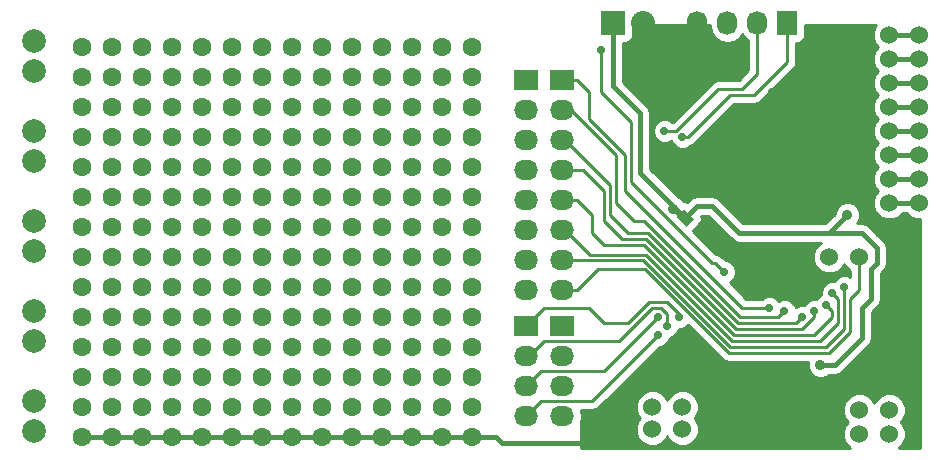
<source format=gbl>
G04 #@! TF.FileFunction,Copper,L2,Bot,Signal*
%FSLAX46Y46*%
G04 Gerber Fmt 4.6, Leading zero omitted, Abs format (unit mm)*
G04 Created by KiCad (PCBNEW (2014-12-04 BZR 5312)-product) date 8/01/2015 8:05:32 PM*
%MOMM*%
G01*
G04 APERTURE LIST*
%ADD10C,0.100000*%
%ADD11C,0.381000*%
%ADD12C,1.600000*%
%ADD13R,2.032000X2.032000*%
%ADD14O,2.032000X2.032000*%
%ADD15R,2.032000X1.727200*%
%ADD16O,2.032000X1.727200*%
%ADD17C,1.524000*%
%ADD18R,1.727200X2.032000*%
%ADD19O,1.727200X2.032000*%
%ADD20C,1.998980*%
%ADD21C,0.889000*%
%ADD22C,0.700000*%
%ADD23C,0.254000*%
G04 APERTURE END LIST*
D10*
D11*
X192278000Y-59944000D02*
X190754000Y-59944000D01*
X192278000Y-61976000D02*
X190754000Y-61976000D01*
X192278000Y-64008000D02*
X190754000Y-64008000D01*
X192278000Y-66040000D02*
X190754000Y-66040000D01*
X192278000Y-68072000D02*
X190754000Y-68072000D01*
X192278000Y-70104000D02*
X190754000Y-70104000D01*
X192278000Y-72136000D02*
X190754000Y-72136000D01*
X192278000Y-74168000D02*
X190754000Y-74168000D01*
D12*
X152400000Y-60960000D03*
X154940000Y-60960000D03*
X152400000Y-63500000D03*
X154940000Y-63500000D03*
X121920000Y-86360000D03*
X124460000Y-86360000D03*
X127000000Y-86360000D03*
X129540000Y-86360000D03*
X121920000Y-88900000D03*
X124460000Y-88900000D03*
X127000000Y-88900000D03*
X129540000Y-88900000D03*
X121920000Y-91440000D03*
X124460000Y-91440000D03*
X127000000Y-91440000D03*
X129540000Y-91440000D03*
X121920000Y-93980000D03*
X124460000Y-93980000D03*
X127000000Y-93980000D03*
X129540000Y-93980000D03*
D13*
X166878000Y-58928000D03*
D14*
X169418000Y-58928000D03*
D15*
X159512000Y-63754000D03*
D16*
X159512000Y-66294000D03*
X159512000Y-68834000D03*
X159512000Y-71374000D03*
X159512000Y-73914000D03*
X159512000Y-76454000D03*
X159512000Y-78994000D03*
X159512000Y-81534000D03*
D15*
X162560000Y-63754000D03*
D16*
X162560000Y-66294000D03*
X162560000Y-68834000D03*
X162560000Y-71374000D03*
X162560000Y-73914000D03*
X162560000Y-76454000D03*
X162560000Y-78994000D03*
X162560000Y-81534000D03*
D17*
X192786000Y-59944000D03*
X190246000Y-59944000D03*
X192786000Y-61976000D03*
X190246000Y-61976000D03*
X192786000Y-64008000D03*
X190246000Y-64008000D03*
X192786000Y-66040000D03*
X190246000Y-66040000D03*
X192786000Y-68072000D03*
X190246000Y-68072000D03*
X192786000Y-70104000D03*
X190246000Y-70104000D03*
X192786000Y-72136000D03*
X190246000Y-72136000D03*
X192786000Y-74168000D03*
X190246000Y-74168000D03*
X185166000Y-78740000D03*
X187706000Y-78740000D03*
X170180000Y-91440000D03*
X172720000Y-91440000D03*
X170180000Y-93345000D03*
X172720000Y-93345000D03*
X187706000Y-91694000D03*
X190246000Y-91694000D03*
X187706000Y-93726000D03*
X190246000Y-93726000D03*
D10*
G36*
X172215721Y-75316117D02*
X172852117Y-74679721D01*
X173700645Y-75528249D01*
X173064249Y-76164645D01*
X172215721Y-75316117D01*
X172215721Y-75316117D01*
G37*
G36*
X173771355Y-76871751D02*
X174407751Y-76235355D01*
X175256279Y-77083883D01*
X174619883Y-77720279D01*
X173771355Y-76871751D01*
X173771355Y-76871751D01*
G37*
D15*
X159512000Y-84582000D03*
D16*
X159512000Y-87122000D03*
X159512000Y-89662000D03*
X159512000Y-92202000D03*
D15*
X162560000Y-84582000D03*
D16*
X162560000Y-87122000D03*
X162560000Y-89662000D03*
X162560000Y-92202000D03*
D18*
X181610000Y-58928000D03*
D19*
X179070000Y-58928000D03*
X176530000Y-58928000D03*
X173990000Y-58928000D03*
D20*
X117856000Y-60452000D03*
X117856000Y-68072000D03*
X117856000Y-75692000D03*
X117856000Y-83312000D03*
X117856000Y-90932000D03*
X117856000Y-62992000D03*
X117856000Y-70612000D03*
X117856000Y-78232000D03*
X117856000Y-85852000D03*
X117856000Y-93472000D03*
D12*
X121920000Y-76200000D03*
X124460000Y-76200000D03*
X127000000Y-76200000D03*
X129540000Y-76200000D03*
X121920000Y-78740000D03*
X124460000Y-78740000D03*
X127000000Y-78740000D03*
X129540000Y-78740000D03*
X121920000Y-81280000D03*
X124460000Y-81280000D03*
X127000000Y-81280000D03*
X129540000Y-81280000D03*
X121920000Y-83820000D03*
X124460000Y-83820000D03*
X127000000Y-83820000D03*
X129540000Y-83820000D03*
X121920000Y-66040000D03*
X124460000Y-66040000D03*
X127000000Y-66040000D03*
X129540000Y-66040000D03*
X121920000Y-68580000D03*
X124460000Y-68580000D03*
X127000000Y-68580000D03*
X129540000Y-68580000D03*
X121920000Y-71120000D03*
X124460000Y-71120000D03*
X127000000Y-71120000D03*
X129540000Y-71120000D03*
X121920000Y-73660000D03*
X124460000Y-73660000D03*
X127000000Y-73660000D03*
X129540000Y-73660000D03*
X132080000Y-66040000D03*
X134620000Y-66040000D03*
X137160000Y-66040000D03*
X139700000Y-66040000D03*
X132080000Y-68580000D03*
X134620000Y-68580000D03*
X137160000Y-68580000D03*
X139700000Y-68580000D03*
X132080000Y-71120000D03*
X134620000Y-71120000D03*
X137160000Y-71120000D03*
X139700000Y-71120000D03*
X132080000Y-73660000D03*
X134620000Y-73660000D03*
X137160000Y-73660000D03*
X139700000Y-73660000D03*
X132080000Y-76200000D03*
X134620000Y-76200000D03*
X137160000Y-76200000D03*
X139700000Y-76200000D03*
X132080000Y-78740000D03*
X134620000Y-78740000D03*
X137160000Y-78740000D03*
X139700000Y-78740000D03*
X132080000Y-81280000D03*
X134620000Y-81280000D03*
X137160000Y-81280000D03*
X139700000Y-81280000D03*
X132080000Y-83820000D03*
X134620000Y-83820000D03*
X137160000Y-83820000D03*
X139700000Y-83820000D03*
X132080000Y-86360000D03*
X134620000Y-86360000D03*
X137160000Y-86360000D03*
X139700000Y-86360000D03*
X132080000Y-88900000D03*
X134620000Y-88900000D03*
X137160000Y-88900000D03*
X139700000Y-88900000D03*
X132080000Y-91440000D03*
X134620000Y-91440000D03*
X137160000Y-91440000D03*
X139700000Y-91440000D03*
X132080000Y-93980000D03*
X134620000Y-93980000D03*
X137160000Y-93980000D03*
X139700000Y-93980000D03*
X142240000Y-66040000D03*
X144780000Y-66040000D03*
X147320000Y-66040000D03*
X149860000Y-66040000D03*
X142240000Y-68580000D03*
X144780000Y-68580000D03*
X147320000Y-68580000D03*
X149860000Y-68580000D03*
X142240000Y-71120000D03*
X144780000Y-71120000D03*
X147320000Y-71120000D03*
X149860000Y-71120000D03*
X142240000Y-73660000D03*
X144780000Y-73660000D03*
X147320000Y-73660000D03*
X149860000Y-73660000D03*
X142240000Y-76200000D03*
X144780000Y-76200000D03*
X147320000Y-76200000D03*
X149860000Y-76200000D03*
X142240000Y-78740000D03*
X144780000Y-78740000D03*
X147320000Y-78740000D03*
X149860000Y-78740000D03*
X142240000Y-81280000D03*
X144780000Y-81280000D03*
X147320000Y-81280000D03*
X149860000Y-81280000D03*
X142240000Y-83820000D03*
X144780000Y-83820000D03*
X147320000Y-83820000D03*
X149860000Y-83820000D03*
X142240000Y-86360000D03*
X144780000Y-86360000D03*
X147320000Y-86360000D03*
X149860000Y-86360000D03*
X142240000Y-88900000D03*
X144780000Y-88900000D03*
X147320000Y-88900000D03*
X149860000Y-88900000D03*
X142240000Y-91440000D03*
X144780000Y-91440000D03*
X147320000Y-91440000D03*
X149860000Y-91440000D03*
X142240000Y-93980000D03*
X144780000Y-93980000D03*
X147320000Y-93980000D03*
X149860000Y-93980000D03*
X121920000Y-60960000D03*
X124460000Y-60960000D03*
X127000000Y-60960000D03*
X129540000Y-60960000D03*
X121920000Y-63500000D03*
X124460000Y-63500000D03*
X127000000Y-63500000D03*
X129540000Y-63500000D03*
X132080000Y-60960000D03*
X134620000Y-60960000D03*
X137160000Y-60960000D03*
X139700000Y-60960000D03*
X132080000Y-63500000D03*
X134620000Y-63500000D03*
X137160000Y-63500000D03*
X139700000Y-63500000D03*
X142240000Y-60960000D03*
X144780000Y-60960000D03*
X147320000Y-60960000D03*
X149860000Y-60960000D03*
X142240000Y-63500000D03*
X144780000Y-63500000D03*
X147320000Y-63500000D03*
X149860000Y-63500000D03*
X152400000Y-93980000D03*
X152400000Y-91440000D03*
X152400000Y-88900000D03*
X152400000Y-86360000D03*
X154940000Y-93980000D03*
X154940000Y-91440000D03*
X154940000Y-88900000D03*
X154940000Y-86360000D03*
X152400000Y-83820000D03*
X152400000Y-81280000D03*
X152400000Y-78740000D03*
X152400000Y-76200000D03*
X154940000Y-83820000D03*
X154940000Y-81280000D03*
X154940000Y-78740000D03*
X154940000Y-76200000D03*
X152400000Y-73660000D03*
X152400000Y-71120000D03*
X152400000Y-68580000D03*
X152400000Y-66040000D03*
X154940000Y-73660000D03*
X154940000Y-71120000D03*
X154940000Y-68580000D03*
X154940000Y-66040000D03*
D21*
X171958000Y-74676000D03*
X186690000Y-75184000D03*
X184404000Y-87884000D03*
D22*
X173228000Y-65024000D03*
X171196000Y-65024000D03*
X169672000Y-64008000D03*
X168148000Y-62484000D03*
X170180000Y-62484000D03*
X171196000Y-63500000D03*
X173228000Y-63500000D03*
X175260000Y-63500000D03*
X176276000Y-62484000D03*
X177292000Y-63500000D03*
X177800000Y-62484000D03*
X177292000Y-60960000D03*
X174752000Y-60960000D03*
X173228000Y-60960000D03*
X177800000Y-67310000D03*
X180340000Y-67310000D03*
X182880000Y-67310000D03*
X185420000Y-67310000D03*
X185420000Y-64770000D03*
X182880000Y-64770000D03*
X180340000Y-64770000D03*
X182880000Y-62230000D03*
X185420000Y-62230000D03*
X187960000Y-59690000D03*
X185420000Y-59690000D03*
X190500000Y-79756000D03*
X189992000Y-81280000D03*
X189992000Y-82804000D03*
X189484000Y-84328000D03*
X183896000Y-89408000D03*
X183896000Y-90932000D03*
X182880000Y-91948000D03*
X181356000Y-91948000D03*
X179832000Y-91948000D03*
X178308000Y-91948000D03*
X176784000Y-91948000D03*
X175260000Y-91440000D03*
X177800000Y-90424000D03*
X179324000Y-90424000D03*
X180848000Y-90424000D03*
D21*
X184785000Y-74803000D03*
X179832000Y-88646000D03*
X178308000Y-88646000D03*
X176530000Y-89662000D03*
X174498000Y-89662000D03*
X189484000Y-76708000D03*
D22*
X171704000Y-60960000D03*
D21*
X179324000Y-69088000D03*
X191000000Y-78000000D03*
X181610000Y-89408000D03*
D22*
X172720000Y-68580000D03*
X171196000Y-68072000D03*
X180086000Y-83058000D03*
X181356000Y-83312000D03*
X182880000Y-83820000D03*
X183896000Y-83312000D03*
X184912000Y-82804000D03*
X185420000Y-81788000D03*
X186436000Y-81280000D03*
X172466000Y-83820000D03*
X171450000Y-84582000D03*
X170688000Y-83820000D03*
X170688000Y-85344000D03*
X176276000Y-80010000D03*
X165862000Y-61214000D03*
D11*
X164592000Y-94488000D02*
X157480000Y-94488000D01*
X156972000Y-93980000D02*
X121920000Y-93980000D01*
X157480000Y-94488000D02*
X156972000Y-93980000D01*
D23*
X162560000Y-81534000D02*
X163830000Y-81534000D01*
X187706000Y-81534000D02*
X187706000Y-78740000D01*
X186944000Y-82296000D02*
X187706000Y-81534000D01*
X186944000Y-85090000D02*
X186944000Y-82296000D01*
X185166000Y-86868000D02*
X186944000Y-85090000D01*
X176645418Y-86868000D02*
X185166000Y-86868000D01*
X169533418Y-79756000D02*
X176645418Y-86868000D01*
X165608000Y-79756000D02*
X169533418Y-79756000D01*
X163830000Y-81534000D02*
X165608000Y-79756000D01*
X162560000Y-81534000D02*
X161798000Y-81534000D01*
D11*
X166878000Y-64262000D02*
X169164000Y-66548000D01*
X169164000Y-66548000D02*
X169164000Y-71628000D01*
X169164000Y-71628000D02*
X172958183Y-75422183D01*
X166878000Y-58928000D02*
X166878000Y-64262000D01*
D23*
X172704183Y-75422183D02*
X171958000Y-74676000D01*
X172958183Y-75422183D02*
X172704183Y-75422183D01*
D11*
X175260000Y-74422000D02*
X173958366Y-74422000D01*
X177546000Y-76708000D02*
X175260000Y-74422000D01*
X185166000Y-76708000D02*
X177546000Y-76708000D01*
X173958366Y-74422000D02*
X172958183Y-75422183D01*
X186690000Y-75184000D02*
X185166000Y-76708000D01*
X184404000Y-87884000D02*
X185674000Y-87884000D01*
X185674000Y-87884000D02*
X187960000Y-85598000D01*
X187960000Y-85598000D02*
X187960000Y-83058000D01*
X187960000Y-83058000D02*
X188722000Y-82296000D01*
X188722000Y-82296000D02*
X188722000Y-79756000D01*
X188722000Y-79756000D02*
X189230000Y-79248000D01*
X189230000Y-79248000D02*
X189230000Y-77978000D01*
X189230000Y-77978000D02*
X187960000Y-76708000D01*
X187960000Y-76708000D02*
X185166000Y-76708000D01*
D23*
X189484000Y-76708000D02*
X189738000Y-76708000D01*
D11*
X170688000Y-65024000D02*
X171196000Y-65024000D01*
X169672000Y-64008000D02*
X170688000Y-65024000D01*
X170180000Y-62484000D02*
X168148000Y-62484000D01*
X173228000Y-63500000D02*
X171196000Y-63500000D01*
X175260000Y-62992000D02*
X175260000Y-63500000D01*
X176276000Y-62484000D02*
X175260000Y-62992000D01*
X177292000Y-62992000D02*
X177292000Y-63500000D01*
X177800000Y-62484000D02*
X177292000Y-62992000D01*
X174752000Y-60960000D02*
X177292000Y-60960000D01*
X171704000Y-60960000D02*
X173228000Y-60960000D01*
X182880000Y-64770000D02*
X180340000Y-64770000D01*
X182880000Y-62230000D02*
X185420000Y-62230000D01*
X187960000Y-59690000D02*
X185420000Y-59690000D01*
X191000000Y-79256000D02*
X190500000Y-79756000D01*
X189992000Y-81280000D02*
X189992000Y-82804000D01*
X191000000Y-78000000D02*
X191000000Y-79256000D01*
X183896000Y-90932000D02*
X182880000Y-91948000D01*
X181356000Y-91948000D02*
X179832000Y-91948000D01*
X178308000Y-91948000D02*
X176784000Y-91948000D01*
X175260000Y-91440000D02*
X176276000Y-90424000D01*
X176276000Y-90424000D02*
X177800000Y-90424000D01*
X179324000Y-90424000D02*
X180848000Y-90424000D01*
X181610000Y-89408000D02*
X183896000Y-89408000D01*
X179324000Y-68834000D02*
X177800000Y-67310000D01*
X179324000Y-69088000D02*
X179324000Y-68834000D01*
X180340000Y-67310000D02*
X182880000Y-67310000D01*
X185420000Y-67310000D02*
X185420000Y-64770000D01*
D23*
X181610000Y-58928000D02*
X181610000Y-62230000D01*
X173228000Y-68580000D02*
X172720000Y-68580000D01*
X176784000Y-65024000D02*
X173228000Y-68580000D01*
X178816000Y-65024000D02*
X176784000Y-65024000D01*
X181610000Y-62230000D02*
X178816000Y-65024000D01*
X179070000Y-58928000D02*
X179070000Y-63246000D01*
X172212000Y-68072000D02*
X171196000Y-68072000D01*
X175768000Y-64516000D02*
X172212000Y-68072000D01*
X177800000Y-64516000D02*
X175768000Y-64516000D01*
X179070000Y-63246000D02*
X177800000Y-64516000D01*
X163830000Y-63754000D02*
X164846000Y-64770000D01*
X164846000Y-64770000D02*
X164846000Y-67056000D01*
X164846000Y-67056000D02*
X167894000Y-70104000D01*
X167894000Y-70104000D02*
X167894000Y-73152000D01*
X167894000Y-73152000D02*
X177800000Y-83058000D01*
X177800000Y-83058000D02*
X180086000Y-83058000D01*
X162560000Y-63754000D02*
X163830000Y-63754000D01*
X162560000Y-66294000D02*
X163322000Y-66294000D01*
X163322000Y-66294000D02*
X167132000Y-70104000D01*
X167132000Y-70104000D02*
X167132000Y-74168000D01*
X167132000Y-74168000D02*
X168656000Y-75692000D01*
X168656000Y-75692000D02*
X169441164Y-75692000D01*
X169441164Y-75692000D02*
X177569164Y-83820000D01*
X177569164Y-83820000D02*
X180848000Y-83820000D01*
X180848000Y-83820000D02*
X181356000Y-83312000D01*
X162560000Y-68834000D02*
X162814000Y-68834000D01*
X162814000Y-68834000D02*
X166624000Y-72644000D01*
X166624000Y-72644000D02*
X166624000Y-75184000D01*
X166624000Y-75184000D02*
X168148000Y-76708000D01*
X168148000Y-76708000D02*
X169810582Y-76708000D01*
X169810582Y-76708000D02*
X177430582Y-84328000D01*
X177430582Y-84328000D02*
X182372000Y-84328000D01*
X182372000Y-84328000D02*
X182880000Y-83820000D01*
X183896000Y-83820000D02*
X183896000Y-83312000D01*
X182880000Y-84836000D02*
X183896000Y-83820000D01*
X177292000Y-84836000D02*
X182880000Y-84836000D01*
X162560000Y-71374000D02*
X164338000Y-71374000D01*
X169672000Y-77216000D02*
X177292000Y-84836000D01*
X167640000Y-77216000D02*
X169672000Y-77216000D01*
X166116000Y-75692000D02*
X167640000Y-77216000D01*
X166116000Y-73152000D02*
X166116000Y-75692000D01*
X164338000Y-71374000D02*
X166116000Y-73152000D01*
X162560000Y-73914000D02*
X163830000Y-73914000D01*
X185420000Y-83312000D02*
X184912000Y-82804000D01*
X185420000Y-83820000D02*
X185420000Y-83312000D01*
X183896000Y-85344000D02*
X185420000Y-83820000D01*
X177061164Y-85344000D02*
X183896000Y-85344000D01*
X169441164Y-77724000D02*
X177061164Y-85344000D01*
X166116000Y-77724000D02*
X169441164Y-77724000D01*
X165100000Y-76708000D02*
X166116000Y-77724000D01*
X165100000Y-75184000D02*
X165100000Y-76708000D01*
X163830000Y-73914000D02*
X165100000Y-75184000D01*
X162560000Y-76454000D02*
X162814000Y-76454000D01*
X162814000Y-76454000D02*
X164896798Y-78536798D01*
X164896798Y-78536798D02*
X169607380Y-78536798D01*
X169607380Y-78536798D02*
X176922582Y-85852000D01*
X176922582Y-85852000D02*
X184404000Y-85852000D01*
X184404000Y-85852000D02*
X185928000Y-84328000D01*
X185928000Y-84328000D02*
X185928000Y-82296000D01*
X185928000Y-82296000D02*
X185420000Y-81788000D01*
X162560000Y-78994000D02*
X169418000Y-78994000D01*
X186436000Y-84836000D02*
X186436000Y-81280000D01*
X184912000Y-86360000D02*
X186436000Y-84836000D01*
X176784000Y-86360000D02*
X184912000Y-86360000D01*
X169418000Y-78994000D02*
X176784000Y-86360000D01*
X159512000Y-84582000D02*
X161036000Y-83058000D01*
X172466000Y-83566000D02*
X172466000Y-83820000D01*
X171450000Y-82550000D02*
X172466000Y-83566000D01*
X169926000Y-82550000D02*
X171450000Y-82550000D01*
X168148000Y-84328000D02*
X169926000Y-82550000D01*
X166116000Y-84328000D02*
X168148000Y-84328000D01*
X164846000Y-83058000D02*
X166116000Y-84328000D01*
X161036000Y-83058000D02*
X164846000Y-83058000D01*
X159512000Y-84582000D02*
X159766000Y-84582000D01*
X159512000Y-87122000D02*
X159766000Y-87122000D01*
X159766000Y-87122000D02*
X161036000Y-85852000D01*
X171450000Y-83566000D02*
X171450000Y-84582000D01*
X170942000Y-83058000D02*
X171450000Y-83566000D01*
X170180000Y-83058000D02*
X170942000Y-83058000D01*
X167386000Y-85852000D02*
X170180000Y-83058000D01*
X161036000Y-85852000D02*
X167386000Y-85852000D01*
X160274000Y-87122000D02*
X159512000Y-87122000D01*
X170688000Y-83820000D02*
X166116000Y-88392000D01*
X166116000Y-88392000D02*
X160782000Y-88392000D01*
X160782000Y-88392000D02*
X159512000Y-89662000D01*
X160782000Y-90932000D02*
X159512000Y-92202000D01*
X165100000Y-90932000D02*
X160782000Y-90932000D01*
X170688000Y-85344000D02*
X165100000Y-90932000D01*
X176276000Y-80010000D02*
X175514000Y-79248000D01*
X175514000Y-79248000D02*
X175260000Y-79248000D01*
X175260000Y-79248000D02*
X168402000Y-72390000D01*
X168402000Y-72390000D02*
X168402000Y-67310000D01*
X168402000Y-67310000D02*
X165862000Y-64770000D01*
X165862000Y-64770000D02*
X165862000Y-61214000D01*
G36*
X186944000Y-80424398D02*
X186632788Y-80295172D01*
X186240931Y-80294830D01*
X185878771Y-80444471D01*
X185601445Y-80721314D01*
X185567472Y-80803128D01*
X185224931Y-80802830D01*
X184862771Y-80952471D01*
X184585445Y-81229314D01*
X184435172Y-81591212D01*
X184434871Y-81935374D01*
X184354771Y-81968471D01*
X184077445Y-82245314D01*
X184043472Y-82327128D01*
X183700931Y-82326830D01*
X183338771Y-82476471D01*
X183061445Y-82753314D01*
X183027472Y-82835128D01*
X182684931Y-82834830D01*
X182322771Y-82984471D01*
X182297048Y-83010148D01*
X182191529Y-82754771D01*
X181914686Y-82477445D01*
X181552788Y-82327172D01*
X181160931Y-82326830D01*
X180868507Y-82447656D01*
X180644686Y-82223445D01*
X180282788Y-82073172D01*
X179890931Y-82072830D01*
X179528771Y-82222471D01*
X179455113Y-82296000D01*
X178115630Y-82296000D01*
X176714300Y-80894669D01*
X176833229Y-80845529D01*
X177110555Y-80568686D01*
X177260828Y-80206788D01*
X177261170Y-79814931D01*
X177111529Y-79452771D01*
X176834686Y-79175445D01*
X176472788Y-79025172D01*
X176368711Y-79025081D01*
X176052815Y-78709185D01*
X175805605Y-78544004D01*
X175590934Y-78501303D01*
X173617071Y-76527440D01*
X174158454Y-75986058D01*
X174296443Y-75781633D01*
X174348073Y-75532312D01*
X174299576Y-75282362D01*
X174285929Y-75261869D01*
X174300299Y-75247500D01*
X174918066Y-75247500D01*
X176962283Y-77291717D01*
X177230094Y-77470663D01*
X177230095Y-77470663D01*
X177546000Y-77533500D01*
X184427706Y-77533500D01*
X184375697Y-77554990D01*
X183982371Y-77947630D01*
X183769243Y-78460900D01*
X183768758Y-79016661D01*
X183980990Y-79530303D01*
X184373630Y-79923629D01*
X184886900Y-80136757D01*
X185442661Y-80137242D01*
X185956303Y-79925010D01*
X186349629Y-79532370D01*
X186435949Y-79324487D01*
X186520990Y-79530303D01*
X186913630Y-79923629D01*
X186944000Y-79936239D01*
X186944000Y-80424398D01*
X186944000Y-80424398D01*
G37*
X186944000Y-80424398D02*
X186632788Y-80295172D01*
X186240931Y-80294830D01*
X185878771Y-80444471D01*
X185601445Y-80721314D01*
X185567472Y-80803128D01*
X185224931Y-80802830D01*
X184862771Y-80952471D01*
X184585445Y-81229314D01*
X184435172Y-81591212D01*
X184434871Y-81935374D01*
X184354771Y-81968471D01*
X184077445Y-82245314D01*
X184043472Y-82327128D01*
X183700931Y-82326830D01*
X183338771Y-82476471D01*
X183061445Y-82753314D01*
X183027472Y-82835128D01*
X182684931Y-82834830D01*
X182322771Y-82984471D01*
X182297048Y-83010148D01*
X182191529Y-82754771D01*
X181914686Y-82477445D01*
X181552788Y-82327172D01*
X181160931Y-82326830D01*
X180868507Y-82447656D01*
X180644686Y-82223445D01*
X180282788Y-82073172D01*
X179890931Y-82072830D01*
X179528771Y-82222471D01*
X179455113Y-82296000D01*
X178115630Y-82296000D01*
X176714300Y-80894669D01*
X176833229Y-80845529D01*
X177110555Y-80568686D01*
X177260828Y-80206788D01*
X177261170Y-79814931D01*
X177111529Y-79452771D01*
X176834686Y-79175445D01*
X176472788Y-79025172D01*
X176368711Y-79025081D01*
X176052815Y-78709185D01*
X175805605Y-78544004D01*
X175590934Y-78501303D01*
X173617071Y-76527440D01*
X174158454Y-75986058D01*
X174296443Y-75781633D01*
X174348073Y-75532312D01*
X174299576Y-75282362D01*
X174285929Y-75261869D01*
X174300299Y-75247500D01*
X174918066Y-75247500D01*
X176962283Y-77291717D01*
X177230094Y-77470663D01*
X177230095Y-77470663D01*
X177546000Y-77533500D01*
X184427706Y-77533500D01*
X184375697Y-77554990D01*
X183982371Y-77947630D01*
X183769243Y-78460900D01*
X183768758Y-79016661D01*
X183980990Y-79530303D01*
X184373630Y-79923629D01*
X184886900Y-80136757D01*
X185442661Y-80137242D01*
X185956303Y-79925010D01*
X186349629Y-79532370D01*
X186435949Y-79324487D01*
X186520990Y-79530303D01*
X186913630Y-79923629D01*
X186944000Y-79936239D01*
X186944000Y-80424398D01*
G36*
X192873000Y-94873000D02*
X191074379Y-94873000D01*
X191429629Y-94518370D01*
X191642757Y-94005100D01*
X191643242Y-93449339D01*
X191431010Y-92935697D01*
X191205657Y-92709950D01*
X191429629Y-92486370D01*
X191642757Y-91973100D01*
X191643242Y-91417339D01*
X191431010Y-90903697D01*
X191038370Y-90510371D01*
X190525100Y-90297243D01*
X189969339Y-90296758D01*
X189455697Y-90508990D01*
X189062371Y-90901630D01*
X188976050Y-91109512D01*
X188891010Y-90903697D01*
X188498370Y-90510371D01*
X187985100Y-90297243D01*
X187429339Y-90296758D01*
X186915697Y-90508990D01*
X186522371Y-90901630D01*
X186309243Y-91414900D01*
X186308758Y-91970661D01*
X186520990Y-92484303D01*
X186746342Y-92710049D01*
X186522371Y-92933630D01*
X186309243Y-93446900D01*
X186308758Y-94002661D01*
X186520990Y-94516303D01*
X186877064Y-94873000D01*
X174117242Y-94873000D01*
X174117242Y-93068339D01*
X173905010Y-92554697D01*
X173743157Y-92392561D01*
X173903629Y-92232370D01*
X174116757Y-91719100D01*
X174117242Y-91163339D01*
X173905010Y-90649697D01*
X173512370Y-90256371D01*
X172999100Y-90043243D01*
X172443339Y-90042758D01*
X171929697Y-90254990D01*
X171536371Y-90647630D01*
X171450050Y-90855512D01*
X171365010Y-90649697D01*
X170972370Y-90256371D01*
X170459100Y-90043243D01*
X169903339Y-90042758D01*
X169389697Y-90254990D01*
X168996371Y-90647630D01*
X168783243Y-91160900D01*
X168782758Y-91716661D01*
X168994990Y-92230303D01*
X169156842Y-92392438D01*
X168996371Y-92552630D01*
X168783243Y-93065900D01*
X168782758Y-93621661D01*
X168994990Y-94135303D01*
X169387630Y-94528629D01*
X169900900Y-94741757D01*
X170456661Y-94742242D01*
X170970303Y-94530010D01*
X171363629Y-94137370D01*
X171449949Y-93929487D01*
X171534990Y-94135303D01*
X171927630Y-94528629D01*
X172440900Y-94741757D01*
X172996661Y-94742242D01*
X173510303Y-94530010D01*
X173903629Y-94137370D01*
X174116757Y-93624100D01*
X174117242Y-93068339D01*
X174117242Y-94873000D01*
X164127000Y-94873000D01*
X164127000Y-92778887D01*
X164129271Y-92775489D01*
X164243345Y-92202000D01*
X164142297Y-91694000D01*
X165100000Y-91694000D01*
X165100000Y-91693999D01*
X165391604Y-91635996D01*
X165391605Y-91635996D01*
X165638815Y-91470815D01*
X170780550Y-86329080D01*
X170883069Y-86329170D01*
X171245229Y-86179529D01*
X171522555Y-85902686D01*
X171665353Y-85558788D01*
X172007229Y-85417529D01*
X172284555Y-85140686D01*
X172423959Y-84804963D01*
X172661069Y-84805170D01*
X173023229Y-84655529D01*
X173189417Y-84489629D01*
X176106603Y-87406815D01*
X176353813Y-87571996D01*
X176353814Y-87571996D01*
X176645418Y-87630000D01*
X183340603Y-87630000D01*
X183324687Y-87668332D01*
X183324313Y-88097784D01*
X183488311Y-88494689D01*
X183791714Y-88798622D01*
X184188332Y-88963313D01*
X184617784Y-88963687D01*
X185014689Y-88799689D01*
X185105035Y-88709500D01*
X185674000Y-88709500D01*
X185989905Y-88646663D01*
X185989906Y-88646663D01*
X186257717Y-88467717D01*
X188543717Y-86181717D01*
X188722663Y-85913906D01*
X188722663Y-85913905D01*
X188785500Y-85598000D01*
X188785500Y-83399933D01*
X189305713Y-82879719D01*
X189305717Y-82879717D01*
X189305717Y-82879716D01*
X189484663Y-82611905D01*
X189547500Y-82296000D01*
X189547501Y-82296000D01*
X189547500Y-82295994D01*
X189547500Y-80097933D01*
X189813713Y-79831719D01*
X189813716Y-79831717D01*
X189813717Y-79831717D01*
X189992662Y-79563906D01*
X189992663Y-79563905D01*
X190055500Y-79248000D01*
X190055500Y-77978000D01*
X189992663Y-77662095D01*
X189992663Y-77662094D01*
X189920986Y-77554824D01*
X189813717Y-77394283D01*
X189813713Y-77394280D01*
X188543717Y-76124283D01*
X188275906Y-75945337D01*
X187960000Y-75882500D01*
X187518257Y-75882500D01*
X187604622Y-75796286D01*
X187769313Y-75399668D01*
X187769687Y-74970216D01*
X187605689Y-74573311D01*
X187302286Y-74269378D01*
X186905668Y-74104687D01*
X186476216Y-74104313D01*
X186079311Y-74268311D01*
X185775378Y-74571714D01*
X185610687Y-74968332D01*
X185610575Y-75095990D01*
X184824066Y-75882500D01*
X177887934Y-75882500D01*
X175843717Y-73838283D01*
X175575906Y-73659337D01*
X175260000Y-73596500D01*
X173958366Y-73596500D01*
X173642461Y-73659337D01*
X173374649Y-73838283D01*
X173374646Y-73838286D01*
X173119535Y-74093396D01*
X173105501Y-74083923D01*
X172856180Y-74032293D01*
X172843235Y-74034804D01*
X172570286Y-73761378D01*
X172389915Y-73686481D01*
X169989500Y-71286066D01*
X169989500Y-66548000D01*
X169926663Y-66232095D01*
X169926663Y-66232094D01*
X169747717Y-65964283D01*
X167703500Y-63920066D01*
X167703500Y-60591440D01*
X167894000Y-60591440D01*
X168136123Y-60544463D01*
X168348927Y-60404673D01*
X168491377Y-60193640D01*
X168541440Y-59944000D01*
X168541440Y-59127000D01*
X175034235Y-59127000D01*
X175145474Y-59686234D01*
X175470330Y-60172415D01*
X175956511Y-60497271D01*
X176530000Y-60611345D01*
X177103489Y-60497271D01*
X177589670Y-60172415D01*
X177800000Y-59857634D01*
X178010330Y-60172415D01*
X178308000Y-60371311D01*
X178308000Y-62930369D01*
X177484369Y-63754000D01*
X175768000Y-63754000D01*
X175476395Y-63812004D01*
X175229184Y-63977185D01*
X171896369Y-67310000D01*
X171827114Y-67310000D01*
X171754686Y-67237445D01*
X171392788Y-67087172D01*
X171000931Y-67086830D01*
X170638771Y-67236471D01*
X170361445Y-67513314D01*
X170211172Y-67875212D01*
X170210830Y-68267069D01*
X170360471Y-68629229D01*
X170637314Y-68906555D01*
X170999212Y-69056828D01*
X171391069Y-69057170D01*
X171753229Y-68907529D01*
X171778951Y-68881851D01*
X171884471Y-69137229D01*
X172161314Y-69414555D01*
X172523212Y-69564828D01*
X172915069Y-69565170D01*
X173277229Y-69415529D01*
X173381465Y-69311473D01*
X173519604Y-69283996D01*
X173519605Y-69283996D01*
X173766815Y-69118815D01*
X177099630Y-65786000D01*
X178816000Y-65786000D01*
X178816000Y-65785999D01*
X179107604Y-65727996D01*
X179107605Y-65727996D01*
X179354815Y-65562815D01*
X182148815Y-62768815D01*
X182148816Y-62768815D01*
X182247834Y-62620623D01*
X182313996Y-62521605D01*
X182313996Y-62521604D01*
X182372000Y-62230000D01*
X182372000Y-60591440D01*
X182473600Y-60591440D01*
X182715723Y-60544463D01*
X182928527Y-60404673D01*
X183070977Y-60193640D01*
X183121040Y-59944000D01*
X183121040Y-59127000D01*
X189087044Y-59127000D01*
X189062371Y-59151630D01*
X188849243Y-59664900D01*
X188848758Y-60220661D01*
X189060990Y-60734303D01*
X189286342Y-60960049D01*
X189062371Y-61183630D01*
X188849243Y-61696900D01*
X188848758Y-62252661D01*
X189060990Y-62766303D01*
X189286342Y-62992049D01*
X189062371Y-63215630D01*
X188849243Y-63728900D01*
X188848758Y-64284661D01*
X189060990Y-64798303D01*
X189286342Y-65024049D01*
X189062371Y-65247630D01*
X188849243Y-65760900D01*
X188848758Y-66316661D01*
X189060990Y-66830303D01*
X189286342Y-67056049D01*
X189062371Y-67279630D01*
X188849243Y-67792900D01*
X188848758Y-68348661D01*
X189060990Y-68862303D01*
X189286342Y-69088049D01*
X189062371Y-69311630D01*
X188849243Y-69824900D01*
X188848758Y-70380661D01*
X189060990Y-70894303D01*
X189286342Y-71120049D01*
X189062371Y-71343630D01*
X188849243Y-71856900D01*
X188848758Y-72412661D01*
X189060990Y-72926303D01*
X189286342Y-73152049D01*
X189062371Y-73375630D01*
X188849243Y-73888900D01*
X188848758Y-74444661D01*
X189060990Y-74958303D01*
X189453630Y-75351629D01*
X189966900Y-75564757D01*
X190522661Y-75565242D01*
X191036303Y-75353010D01*
X191396441Y-74993500D01*
X191636125Y-74993500D01*
X191993630Y-75351629D01*
X192506900Y-75564757D01*
X192873000Y-75565076D01*
X192873000Y-94873000D01*
X192873000Y-94873000D01*
G37*
X192873000Y-94873000D02*
X191074379Y-94873000D01*
X191429629Y-94518370D01*
X191642757Y-94005100D01*
X191643242Y-93449339D01*
X191431010Y-92935697D01*
X191205657Y-92709950D01*
X191429629Y-92486370D01*
X191642757Y-91973100D01*
X191643242Y-91417339D01*
X191431010Y-90903697D01*
X191038370Y-90510371D01*
X190525100Y-90297243D01*
X189969339Y-90296758D01*
X189455697Y-90508990D01*
X189062371Y-90901630D01*
X188976050Y-91109512D01*
X188891010Y-90903697D01*
X188498370Y-90510371D01*
X187985100Y-90297243D01*
X187429339Y-90296758D01*
X186915697Y-90508990D01*
X186522371Y-90901630D01*
X186309243Y-91414900D01*
X186308758Y-91970661D01*
X186520990Y-92484303D01*
X186746342Y-92710049D01*
X186522371Y-92933630D01*
X186309243Y-93446900D01*
X186308758Y-94002661D01*
X186520990Y-94516303D01*
X186877064Y-94873000D01*
X174117242Y-94873000D01*
X174117242Y-93068339D01*
X173905010Y-92554697D01*
X173743157Y-92392561D01*
X173903629Y-92232370D01*
X174116757Y-91719100D01*
X174117242Y-91163339D01*
X173905010Y-90649697D01*
X173512370Y-90256371D01*
X172999100Y-90043243D01*
X172443339Y-90042758D01*
X171929697Y-90254990D01*
X171536371Y-90647630D01*
X171450050Y-90855512D01*
X171365010Y-90649697D01*
X170972370Y-90256371D01*
X170459100Y-90043243D01*
X169903339Y-90042758D01*
X169389697Y-90254990D01*
X168996371Y-90647630D01*
X168783243Y-91160900D01*
X168782758Y-91716661D01*
X168994990Y-92230303D01*
X169156842Y-92392438D01*
X168996371Y-92552630D01*
X168783243Y-93065900D01*
X168782758Y-93621661D01*
X168994990Y-94135303D01*
X169387630Y-94528629D01*
X169900900Y-94741757D01*
X170456661Y-94742242D01*
X170970303Y-94530010D01*
X171363629Y-94137370D01*
X171449949Y-93929487D01*
X171534990Y-94135303D01*
X171927630Y-94528629D01*
X172440900Y-94741757D01*
X172996661Y-94742242D01*
X173510303Y-94530010D01*
X173903629Y-94137370D01*
X174116757Y-93624100D01*
X174117242Y-93068339D01*
X174117242Y-94873000D01*
X164127000Y-94873000D01*
X164127000Y-92778887D01*
X164129271Y-92775489D01*
X164243345Y-92202000D01*
X164142297Y-91694000D01*
X165100000Y-91694000D01*
X165100000Y-91693999D01*
X165391604Y-91635996D01*
X165391605Y-91635996D01*
X165638815Y-91470815D01*
X170780550Y-86329080D01*
X170883069Y-86329170D01*
X171245229Y-86179529D01*
X171522555Y-85902686D01*
X171665353Y-85558788D01*
X172007229Y-85417529D01*
X172284555Y-85140686D01*
X172423959Y-84804963D01*
X172661069Y-84805170D01*
X173023229Y-84655529D01*
X173189417Y-84489629D01*
X176106603Y-87406815D01*
X176353813Y-87571996D01*
X176353814Y-87571996D01*
X176645418Y-87630000D01*
X183340603Y-87630000D01*
X183324687Y-87668332D01*
X183324313Y-88097784D01*
X183488311Y-88494689D01*
X183791714Y-88798622D01*
X184188332Y-88963313D01*
X184617784Y-88963687D01*
X185014689Y-88799689D01*
X185105035Y-88709500D01*
X185674000Y-88709500D01*
X185989905Y-88646663D01*
X185989906Y-88646663D01*
X186257717Y-88467717D01*
X188543717Y-86181717D01*
X188722663Y-85913906D01*
X188722663Y-85913905D01*
X188785500Y-85598000D01*
X188785500Y-83399933D01*
X189305713Y-82879719D01*
X189305717Y-82879717D01*
X189305717Y-82879716D01*
X189484663Y-82611905D01*
X189547500Y-82296000D01*
X189547501Y-82296000D01*
X189547500Y-82295994D01*
X189547500Y-80097933D01*
X189813713Y-79831719D01*
X189813716Y-79831717D01*
X189813717Y-79831717D01*
X189992662Y-79563906D01*
X189992663Y-79563905D01*
X190055500Y-79248000D01*
X190055500Y-77978000D01*
X189992663Y-77662095D01*
X189992663Y-77662094D01*
X189920986Y-77554824D01*
X189813717Y-77394283D01*
X189813713Y-77394280D01*
X188543717Y-76124283D01*
X188275906Y-75945337D01*
X187960000Y-75882500D01*
X187518257Y-75882500D01*
X187604622Y-75796286D01*
X187769313Y-75399668D01*
X187769687Y-74970216D01*
X187605689Y-74573311D01*
X187302286Y-74269378D01*
X186905668Y-74104687D01*
X186476216Y-74104313D01*
X186079311Y-74268311D01*
X185775378Y-74571714D01*
X185610687Y-74968332D01*
X185610575Y-75095990D01*
X184824066Y-75882500D01*
X177887934Y-75882500D01*
X175843717Y-73838283D01*
X175575906Y-73659337D01*
X175260000Y-73596500D01*
X173958366Y-73596500D01*
X173642461Y-73659337D01*
X173374649Y-73838283D01*
X173374646Y-73838286D01*
X173119535Y-74093396D01*
X173105501Y-74083923D01*
X172856180Y-74032293D01*
X172843235Y-74034804D01*
X172570286Y-73761378D01*
X172389915Y-73686481D01*
X169989500Y-71286066D01*
X169989500Y-66548000D01*
X169926663Y-66232095D01*
X169926663Y-66232094D01*
X169747717Y-65964283D01*
X167703500Y-63920066D01*
X167703500Y-60591440D01*
X167894000Y-60591440D01*
X168136123Y-60544463D01*
X168348927Y-60404673D01*
X168491377Y-60193640D01*
X168541440Y-59944000D01*
X168541440Y-59127000D01*
X175034235Y-59127000D01*
X175145474Y-59686234D01*
X175470330Y-60172415D01*
X175956511Y-60497271D01*
X176530000Y-60611345D01*
X177103489Y-60497271D01*
X177589670Y-60172415D01*
X177800000Y-59857634D01*
X178010330Y-60172415D01*
X178308000Y-60371311D01*
X178308000Y-62930369D01*
X177484369Y-63754000D01*
X175768000Y-63754000D01*
X175476395Y-63812004D01*
X175229184Y-63977185D01*
X171896369Y-67310000D01*
X171827114Y-67310000D01*
X171754686Y-67237445D01*
X171392788Y-67087172D01*
X171000931Y-67086830D01*
X170638771Y-67236471D01*
X170361445Y-67513314D01*
X170211172Y-67875212D01*
X170210830Y-68267069D01*
X170360471Y-68629229D01*
X170637314Y-68906555D01*
X170999212Y-69056828D01*
X171391069Y-69057170D01*
X171753229Y-68907529D01*
X171778951Y-68881851D01*
X171884471Y-69137229D01*
X172161314Y-69414555D01*
X172523212Y-69564828D01*
X172915069Y-69565170D01*
X173277229Y-69415529D01*
X173381465Y-69311473D01*
X173519604Y-69283996D01*
X173519605Y-69283996D01*
X173766815Y-69118815D01*
X177099630Y-65786000D01*
X178816000Y-65786000D01*
X178816000Y-65785999D01*
X179107604Y-65727996D01*
X179107605Y-65727996D01*
X179354815Y-65562815D01*
X182148815Y-62768815D01*
X182148816Y-62768815D01*
X182247834Y-62620623D01*
X182313996Y-62521605D01*
X182313996Y-62521604D01*
X182372000Y-62230000D01*
X182372000Y-60591440D01*
X182473600Y-60591440D01*
X182715723Y-60544463D01*
X182928527Y-60404673D01*
X183070977Y-60193640D01*
X183121040Y-59944000D01*
X183121040Y-59127000D01*
X189087044Y-59127000D01*
X189062371Y-59151630D01*
X188849243Y-59664900D01*
X188848758Y-60220661D01*
X189060990Y-60734303D01*
X189286342Y-60960049D01*
X189062371Y-61183630D01*
X188849243Y-61696900D01*
X188848758Y-62252661D01*
X189060990Y-62766303D01*
X189286342Y-62992049D01*
X189062371Y-63215630D01*
X188849243Y-63728900D01*
X188848758Y-64284661D01*
X189060990Y-64798303D01*
X189286342Y-65024049D01*
X189062371Y-65247630D01*
X188849243Y-65760900D01*
X188848758Y-66316661D01*
X189060990Y-66830303D01*
X189286342Y-67056049D01*
X189062371Y-67279630D01*
X188849243Y-67792900D01*
X188848758Y-68348661D01*
X189060990Y-68862303D01*
X189286342Y-69088049D01*
X189062371Y-69311630D01*
X188849243Y-69824900D01*
X188848758Y-70380661D01*
X189060990Y-70894303D01*
X189286342Y-71120049D01*
X189062371Y-71343630D01*
X188849243Y-71856900D01*
X188848758Y-72412661D01*
X189060990Y-72926303D01*
X189286342Y-73152049D01*
X189062371Y-73375630D01*
X188849243Y-73888900D01*
X188848758Y-74444661D01*
X189060990Y-74958303D01*
X189453630Y-75351629D01*
X189966900Y-75564757D01*
X190522661Y-75565242D01*
X191036303Y-75353010D01*
X191396441Y-74993500D01*
X191636125Y-74993500D01*
X191993630Y-75351629D01*
X192506900Y-75564757D01*
X192873000Y-75565076D01*
X192873000Y-94873000D01*
M02*

</source>
